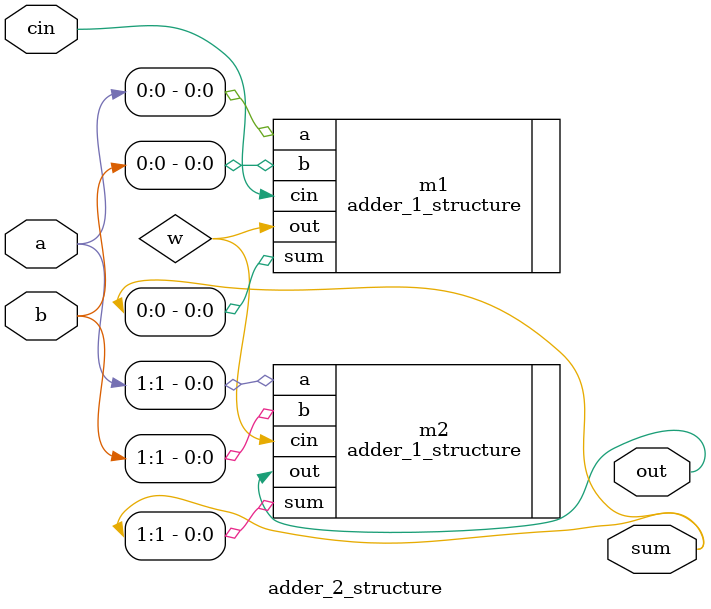
<source format=v>
`include "adder_1_structure.v"
module adder_2_structure(a,b,cin,sum,out);
  
  input [1:0]a,b;
  input cin;
  output [1:0]sum;
  output out;
  wire w;
  
  adder_1_structure m1(.a(a[0]),.b(b[0]),.cin(cin),.sum(sum[0]),.out(w));
  adder_1_structure m2(.a(a[1]),.b(b[1]),.cin(w),.sum(sum[1]),.out(out));
  //(a,b,cin,sum,out);
  
 endmodule

</source>
